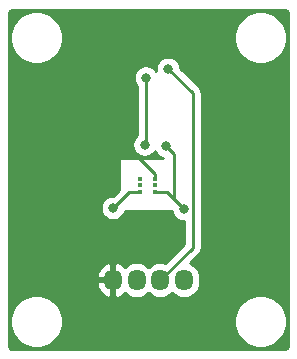
<source format=gbl>
G04 #@! TF.GenerationSoftware,KiCad,Pcbnew,(5.1.2)-1*
G04 #@! TF.CreationDate,2021-06-27T22:03:38+09:00*
G04 #@! TF.ProjectId,ls,6c732e6b-6963-4616-945f-706362585858,v1.0*
G04 #@! TF.SameCoordinates,Original*
G04 #@! TF.FileFunction,Copper,L2,Bot*
G04 #@! TF.FilePolarity,Positive*
%FSLAX46Y46*%
G04 Gerber Fmt 4.6, Leading zero omitted, Abs format (unit mm)*
G04 Created by KiCad (PCBNEW (5.1.2)-1) date 2021-06-27 22:03:38*
%MOMM*%
%LPD*%
G04 APERTURE LIST*
%ADD10R,0.350000X0.350000*%
%ADD11R,0.350000X0.300000*%
%ADD12O,1.524000X1.800000*%
%ADD13C,0.800000*%
%ADD14C,0.250000*%
%ADD15C,0.254000*%
G04 APERTURE END LIST*
D10*
X148050000Y-101075000D03*
D11*
X148050000Y-100500000D03*
D10*
X148050000Y-99925000D03*
X146800000Y-99925000D03*
D11*
X146800000Y-100500000D03*
D10*
X146800000Y-101075000D03*
D12*
X144500000Y-108500000D03*
X146500000Y-108500000D03*
X148500000Y-108500000D03*
X150500000Y-108500000D03*
D13*
X154900000Y-92100000D03*
X141900000Y-92800000D03*
X144500000Y-102400000D03*
X148994700Y-97169700D03*
X150500000Y-102500000D03*
X147279200Y-91364800D03*
X147173100Y-97050600D03*
X149175500Y-90617500D03*
D14*
X144500000Y-108500000D02*
X144500000Y-107350000D01*
X144500000Y-107350000D02*
X142600000Y-105450000D01*
X142600000Y-99000000D02*
X143600000Y-98000000D01*
X148050000Y-99500000D02*
X148050000Y-99925000D01*
X142600000Y-105450000D02*
X142600000Y-99000000D01*
X143600000Y-98000000D02*
X146550000Y-98000000D01*
X146550000Y-98000000D02*
X148050000Y-99500000D01*
X146800000Y-101075000D02*
X145825000Y-101075000D01*
X145825000Y-101075000D02*
X144500000Y-102400000D01*
X149668600Y-101668600D02*
X149668600Y-97843600D01*
X149668600Y-97843600D02*
X148994700Y-97169700D01*
X150500000Y-102500000D02*
X149668600Y-101668600D01*
X149668600Y-101668600D02*
X149075000Y-101075000D01*
X149075000Y-101075000D02*
X148050000Y-101075000D01*
X147279200Y-91364800D02*
X147279200Y-96944500D01*
X147279200Y-96944500D02*
X147173100Y-97050600D01*
X148500000Y-108500000D02*
X151237100Y-105762900D01*
X151237100Y-105762900D02*
X151237100Y-92679100D01*
X151237100Y-92679100D02*
X149175500Y-90617500D01*
D15*
G36*
X159065424Y-85669580D02*
G01*
X159128356Y-85688580D01*
X159186405Y-85719445D01*
X159237343Y-85760989D01*
X159279248Y-85811644D01*
X159310515Y-85869471D01*
X159329956Y-85932272D01*
X159340001Y-86027845D01*
X159340000Y-113967721D01*
X159330420Y-114065424D01*
X159311420Y-114128357D01*
X159280554Y-114186406D01*
X159239011Y-114237343D01*
X159188356Y-114279248D01*
X159130529Y-114310515D01*
X159067728Y-114329956D01*
X158972165Y-114340000D01*
X136032279Y-114340000D01*
X135934576Y-114330420D01*
X135871643Y-114311420D01*
X135813594Y-114280554D01*
X135762657Y-114239011D01*
X135720752Y-114188356D01*
X135689485Y-114130529D01*
X135670044Y-114067728D01*
X135660000Y-113972165D01*
X135660000Y-111779872D01*
X135765000Y-111779872D01*
X135765000Y-112220128D01*
X135850890Y-112651925D01*
X136019369Y-113058669D01*
X136263962Y-113424729D01*
X136575271Y-113736038D01*
X136941331Y-113980631D01*
X137348075Y-114149110D01*
X137779872Y-114235000D01*
X138220128Y-114235000D01*
X138651925Y-114149110D01*
X139058669Y-113980631D01*
X139424729Y-113736038D01*
X139736038Y-113424729D01*
X139980631Y-113058669D01*
X140149110Y-112651925D01*
X140235000Y-112220128D01*
X140235000Y-111779872D01*
X154765000Y-111779872D01*
X154765000Y-112220128D01*
X154850890Y-112651925D01*
X155019369Y-113058669D01*
X155263962Y-113424729D01*
X155575271Y-113736038D01*
X155941331Y-113980631D01*
X156348075Y-114149110D01*
X156779872Y-114235000D01*
X157220128Y-114235000D01*
X157651925Y-114149110D01*
X158058669Y-113980631D01*
X158424729Y-113736038D01*
X158736038Y-113424729D01*
X158980631Y-113058669D01*
X159149110Y-112651925D01*
X159235000Y-112220128D01*
X159235000Y-111779872D01*
X159149110Y-111348075D01*
X158980631Y-110941331D01*
X158736038Y-110575271D01*
X158424729Y-110263962D01*
X158058669Y-110019369D01*
X157651925Y-109850890D01*
X157220128Y-109765000D01*
X156779872Y-109765000D01*
X156348075Y-109850890D01*
X155941331Y-110019369D01*
X155575271Y-110263962D01*
X155263962Y-110575271D01*
X155019369Y-110941331D01*
X154850890Y-111348075D01*
X154765000Y-111779872D01*
X140235000Y-111779872D01*
X140149110Y-111348075D01*
X139980631Y-110941331D01*
X139736038Y-110575271D01*
X139424729Y-110263962D01*
X139058669Y-110019369D01*
X138651925Y-109850890D01*
X138220128Y-109765000D01*
X137779872Y-109765000D01*
X137348075Y-109850890D01*
X136941331Y-110019369D01*
X136575271Y-110263962D01*
X136263962Y-110575271D01*
X136019369Y-110941331D01*
X135850890Y-111348075D01*
X135765000Y-111779872D01*
X135660000Y-111779872D01*
X135660000Y-108845752D01*
X143117986Y-108845752D01*
X143185071Y-109111378D01*
X143302688Y-109358812D01*
X143466317Y-109578546D01*
X143669670Y-109762135D01*
X143904932Y-109902524D01*
X144156930Y-109992220D01*
X144373000Y-109869720D01*
X144373000Y-108627000D01*
X143261251Y-108627000D01*
X143117986Y-108845752D01*
X135660000Y-108845752D01*
X135660000Y-108154248D01*
X143117986Y-108154248D01*
X143261251Y-108373000D01*
X144373000Y-108373000D01*
X144373000Y-107130280D01*
X144156930Y-107007780D01*
X143904932Y-107097476D01*
X143669670Y-107237865D01*
X143466317Y-107421454D01*
X143302688Y-107641188D01*
X143185071Y-107888622D01*
X143117986Y-108154248D01*
X135660000Y-108154248D01*
X135660000Y-102298061D01*
X143465000Y-102298061D01*
X143465000Y-102501939D01*
X143504774Y-102701898D01*
X143582795Y-102890256D01*
X143696063Y-103059774D01*
X143840226Y-103203937D01*
X144009744Y-103317205D01*
X144198102Y-103395226D01*
X144398061Y-103435000D01*
X144601939Y-103435000D01*
X144801898Y-103395226D01*
X144990256Y-103317205D01*
X145159774Y-103203937D01*
X145303937Y-103059774D01*
X145417205Y-102890256D01*
X145495226Y-102701898D01*
X145510124Y-102627000D01*
X149469985Y-102627000D01*
X149504774Y-102801898D01*
X149582795Y-102990256D01*
X149696063Y-103159774D01*
X149840226Y-103303937D01*
X150009744Y-103417205D01*
X150198102Y-103495226D01*
X150398061Y-103535000D01*
X150477100Y-103535000D01*
X150477100Y-105448098D01*
X148901320Y-107023879D01*
X148773860Y-106985214D01*
X148500000Y-106958241D01*
X148226141Y-106985214D01*
X147962806Y-107065096D01*
X147720114Y-107194817D01*
X147507393Y-107369392D01*
X147500000Y-107378400D01*
X147492608Y-107369392D01*
X147279887Y-107194817D01*
X147037195Y-107065096D01*
X146773860Y-106985214D01*
X146500000Y-106958241D01*
X146226141Y-106985214D01*
X145962806Y-107065096D01*
X145720114Y-107194817D01*
X145507393Y-107369392D01*
X145494039Y-107385663D01*
X145330330Y-107237865D01*
X145095068Y-107097476D01*
X144843070Y-107007780D01*
X144627000Y-107130280D01*
X144627000Y-108373000D01*
X144647000Y-108373000D01*
X144647000Y-108627000D01*
X144627000Y-108627000D01*
X144627000Y-109869720D01*
X144843070Y-109992220D01*
X145095068Y-109902524D01*
X145330330Y-109762135D01*
X145494039Y-109614337D01*
X145507392Y-109630607D01*
X145720113Y-109805183D01*
X145962805Y-109934904D01*
X146226140Y-110014786D01*
X146500000Y-110041759D01*
X146773859Y-110014786D01*
X147037194Y-109934904D01*
X147279886Y-109805183D01*
X147492607Y-109630608D01*
X147500000Y-109621600D01*
X147507392Y-109630607D01*
X147720113Y-109805183D01*
X147962805Y-109934904D01*
X148226140Y-110014786D01*
X148500000Y-110041759D01*
X148773859Y-110014786D01*
X149037194Y-109934904D01*
X149279886Y-109805183D01*
X149492607Y-109630608D01*
X149500000Y-109621600D01*
X149507392Y-109630607D01*
X149720113Y-109805183D01*
X149962805Y-109934904D01*
X150226140Y-110014786D01*
X150500000Y-110041759D01*
X150773859Y-110014786D01*
X151037194Y-109934904D01*
X151279886Y-109805183D01*
X151492607Y-109630608D01*
X151667183Y-109417887D01*
X151796904Y-109175195D01*
X151876786Y-108911860D01*
X151897000Y-108706625D01*
X151897000Y-108293376D01*
X151876786Y-108088141D01*
X151796904Y-107824806D01*
X151667183Y-107582113D01*
X151492608Y-107369392D01*
X151279887Y-107194817D01*
X151037195Y-107065096D01*
X151016104Y-107058698D01*
X151748104Y-106326698D01*
X151777101Y-106302901D01*
X151803432Y-106270817D01*
X151872074Y-106187177D01*
X151942646Y-106055147D01*
X151942646Y-106055146D01*
X151986103Y-105911886D01*
X151997100Y-105800233D01*
X151997100Y-105800223D01*
X152000776Y-105762900D01*
X151997100Y-105725577D01*
X151997100Y-92716425D01*
X152000776Y-92679100D01*
X151997100Y-92641775D01*
X151997100Y-92641767D01*
X151986103Y-92530114D01*
X151942646Y-92386853D01*
X151872074Y-92254824D01*
X151777101Y-92139099D01*
X151748103Y-92115301D01*
X150210500Y-90577699D01*
X150210500Y-90515561D01*
X150170726Y-90315602D01*
X150092705Y-90127244D01*
X149979437Y-89957726D01*
X149835274Y-89813563D01*
X149665756Y-89700295D01*
X149477398Y-89622274D01*
X149277439Y-89582500D01*
X149073561Y-89582500D01*
X148873602Y-89622274D01*
X148685244Y-89700295D01*
X148515726Y-89813563D01*
X148371563Y-89957726D01*
X148258295Y-90127244D01*
X148180274Y-90315602D01*
X148140500Y-90515561D01*
X148140500Y-90719439D01*
X148160733Y-90821156D01*
X148083137Y-90705026D01*
X147938974Y-90560863D01*
X147769456Y-90447595D01*
X147581098Y-90369574D01*
X147381139Y-90329800D01*
X147177261Y-90329800D01*
X146977302Y-90369574D01*
X146788944Y-90447595D01*
X146619426Y-90560863D01*
X146475263Y-90705026D01*
X146361995Y-90874544D01*
X146283974Y-91062902D01*
X146244200Y-91262861D01*
X146244200Y-91466739D01*
X146283974Y-91666698D01*
X146361995Y-91855056D01*
X146475263Y-92024574D01*
X146519200Y-92068511D01*
X146519201Y-96242738D01*
X146513326Y-96246663D01*
X146369163Y-96390826D01*
X146255895Y-96560344D01*
X146177874Y-96748702D01*
X146138100Y-96948661D01*
X146138100Y-97152539D01*
X146177874Y-97352498D01*
X146255895Y-97540856D01*
X146369163Y-97710374D01*
X146513326Y-97854537D01*
X146682844Y-97967805D01*
X146871202Y-98045826D01*
X147071161Y-98085600D01*
X147275039Y-98085600D01*
X147474998Y-98045826D01*
X147663356Y-97967805D01*
X147832874Y-97854537D01*
X147977037Y-97710374D01*
X148051943Y-97598269D01*
X148077495Y-97659956D01*
X148190763Y-97829474D01*
X148334926Y-97973637D01*
X148504444Y-98086905D01*
X148692802Y-98164926D01*
X148733393Y-98173000D01*
X145100000Y-98173000D01*
X145075224Y-98175440D01*
X145051399Y-98182667D01*
X145029443Y-98194403D01*
X145010197Y-98210197D01*
X144994403Y-98229443D01*
X144982667Y-98251399D01*
X144975440Y-98275224D01*
X144973000Y-98300000D01*
X144973000Y-100852198D01*
X144460199Y-101365000D01*
X144398061Y-101365000D01*
X144198102Y-101404774D01*
X144009744Y-101482795D01*
X143840226Y-101596063D01*
X143696063Y-101740226D01*
X143582795Y-101909744D01*
X143504774Y-102098102D01*
X143465000Y-102298061D01*
X135660000Y-102298061D01*
X135660000Y-87779872D01*
X135765000Y-87779872D01*
X135765000Y-88220128D01*
X135850890Y-88651925D01*
X136019369Y-89058669D01*
X136263962Y-89424729D01*
X136575271Y-89736038D01*
X136941331Y-89980631D01*
X137348075Y-90149110D01*
X137779872Y-90235000D01*
X138220128Y-90235000D01*
X138651925Y-90149110D01*
X139058669Y-89980631D01*
X139424729Y-89736038D01*
X139736038Y-89424729D01*
X139980631Y-89058669D01*
X140149110Y-88651925D01*
X140235000Y-88220128D01*
X140235000Y-87779872D01*
X154765000Y-87779872D01*
X154765000Y-88220128D01*
X154850890Y-88651925D01*
X155019369Y-89058669D01*
X155263962Y-89424729D01*
X155575271Y-89736038D01*
X155941331Y-89980631D01*
X156348075Y-90149110D01*
X156779872Y-90235000D01*
X157220128Y-90235000D01*
X157651925Y-90149110D01*
X158058669Y-89980631D01*
X158424729Y-89736038D01*
X158736038Y-89424729D01*
X158980631Y-89058669D01*
X159149110Y-88651925D01*
X159235000Y-88220128D01*
X159235000Y-87779872D01*
X159149110Y-87348075D01*
X158980631Y-86941331D01*
X158736038Y-86575271D01*
X158424729Y-86263962D01*
X158058669Y-86019369D01*
X157651925Y-85850890D01*
X157220128Y-85765000D01*
X156779872Y-85765000D01*
X156348075Y-85850890D01*
X155941331Y-86019369D01*
X155575271Y-86263962D01*
X155263962Y-86575271D01*
X155019369Y-86941331D01*
X154850890Y-87348075D01*
X154765000Y-87779872D01*
X140235000Y-87779872D01*
X140149110Y-87348075D01*
X139980631Y-86941331D01*
X139736038Y-86575271D01*
X139424729Y-86263962D01*
X139058669Y-86019369D01*
X138651925Y-85850890D01*
X138220128Y-85765000D01*
X137779872Y-85765000D01*
X137348075Y-85850890D01*
X136941331Y-86019369D01*
X136575271Y-86263962D01*
X136263962Y-86575271D01*
X136019369Y-86941331D01*
X135850890Y-87348075D01*
X135765000Y-87779872D01*
X135660000Y-87779872D01*
X135660000Y-86032279D01*
X135669580Y-85934576D01*
X135688580Y-85871644D01*
X135719445Y-85813595D01*
X135760989Y-85762657D01*
X135811644Y-85720752D01*
X135869471Y-85689485D01*
X135932272Y-85670044D01*
X136027835Y-85660000D01*
X158967721Y-85660000D01*
X159065424Y-85669580D01*
X159065424Y-85669580D01*
G37*
X159065424Y-85669580D02*
X159128356Y-85688580D01*
X159186405Y-85719445D01*
X159237343Y-85760989D01*
X159279248Y-85811644D01*
X159310515Y-85869471D01*
X159329956Y-85932272D01*
X159340001Y-86027845D01*
X159340000Y-113967721D01*
X159330420Y-114065424D01*
X159311420Y-114128357D01*
X159280554Y-114186406D01*
X159239011Y-114237343D01*
X159188356Y-114279248D01*
X159130529Y-114310515D01*
X159067728Y-114329956D01*
X158972165Y-114340000D01*
X136032279Y-114340000D01*
X135934576Y-114330420D01*
X135871643Y-114311420D01*
X135813594Y-114280554D01*
X135762657Y-114239011D01*
X135720752Y-114188356D01*
X135689485Y-114130529D01*
X135670044Y-114067728D01*
X135660000Y-113972165D01*
X135660000Y-111779872D01*
X135765000Y-111779872D01*
X135765000Y-112220128D01*
X135850890Y-112651925D01*
X136019369Y-113058669D01*
X136263962Y-113424729D01*
X136575271Y-113736038D01*
X136941331Y-113980631D01*
X137348075Y-114149110D01*
X137779872Y-114235000D01*
X138220128Y-114235000D01*
X138651925Y-114149110D01*
X139058669Y-113980631D01*
X139424729Y-113736038D01*
X139736038Y-113424729D01*
X139980631Y-113058669D01*
X140149110Y-112651925D01*
X140235000Y-112220128D01*
X140235000Y-111779872D01*
X154765000Y-111779872D01*
X154765000Y-112220128D01*
X154850890Y-112651925D01*
X155019369Y-113058669D01*
X155263962Y-113424729D01*
X155575271Y-113736038D01*
X155941331Y-113980631D01*
X156348075Y-114149110D01*
X156779872Y-114235000D01*
X157220128Y-114235000D01*
X157651925Y-114149110D01*
X158058669Y-113980631D01*
X158424729Y-113736038D01*
X158736038Y-113424729D01*
X158980631Y-113058669D01*
X159149110Y-112651925D01*
X159235000Y-112220128D01*
X159235000Y-111779872D01*
X159149110Y-111348075D01*
X158980631Y-110941331D01*
X158736038Y-110575271D01*
X158424729Y-110263962D01*
X158058669Y-110019369D01*
X157651925Y-109850890D01*
X157220128Y-109765000D01*
X156779872Y-109765000D01*
X156348075Y-109850890D01*
X155941331Y-110019369D01*
X155575271Y-110263962D01*
X155263962Y-110575271D01*
X155019369Y-110941331D01*
X154850890Y-111348075D01*
X154765000Y-111779872D01*
X140235000Y-111779872D01*
X140149110Y-111348075D01*
X139980631Y-110941331D01*
X139736038Y-110575271D01*
X139424729Y-110263962D01*
X139058669Y-110019369D01*
X138651925Y-109850890D01*
X138220128Y-109765000D01*
X137779872Y-109765000D01*
X137348075Y-109850890D01*
X136941331Y-110019369D01*
X136575271Y-110263962D01*
X136263962Y-110575271D01*
X136019369Y-110941331D01*
X135850890Y-111348075D01*
X135765000Y-111779872D01*
X135660000Y-111779872D01*
X135660000Y-108845752D01*
X143117986Y-108845752D01*
X143185071Y-109111378D01*
X143302688Y-109358812D01*
X143466317Y-109578546D01*
X143669670Y-109762135D01*
X143904932Y-109902524D01*
X144156930Y-109992220D01*
X144373000Y-109869720D01*
X144373000Y-108627000D01*
X143261251Y-108627000D01*
X143117986Y-108845752D01*
X135660000Y-108845752D01*
X135660000Y-108154248D01*
X143117986Y-108154248D01*
X143261251Y-108373000D01*
X144373000Y-108373000D01*
X144373000Y-107130280D01*
X144156930Y-107007780D01*
X143904932Y-107097476D01*
X143669670Y-107237865D01*
X143466317Y-107421454D01*
X143302688Y-107641188D01*
X143185071Y-107888622D01*
X143117986Y-108154248D01*
X135660000Y-108154248D01*
X135660000Y-102298061D01*
X143465000Y-102298061D01*
X143465000Y-102501939D01*
X143504774Y-102701898D01*
X143582795Y-102890256D01*
X143696063Y-103059774D01*
X143840226Y-103203937D01*
X144009744Y-103317205D01*
X144198102Y-103395226D01*
X144398061Y-103435000D01*
X144601939Y-103435000D01*
X144801898Y-103395226D01*
X144990256Y-103317205D01*
X145159774Y-103203937D01*
X145303937Y-103059774D01*
X145417205Y-102890256D01*
X145495226Y-102701898D01*
X145510124Y-102627000D01*
X149469985Y-102627000D01*
X149504774Y-102801898D01*
X149582795Y-102990256D01*
X149696063Y-103159774D01*
X149840226Y-103303937D01*
X150009744Y-103417205D01*
X150198102Y-103495226D01*
X150398061Y-103535000D01*
X150477100Y-103535000D01*
X150477100Y-105448098D01*
X148901320Y-107023879D01*
X148773860Y-106985214D01*
X148500000Y-106958241D01*
X148226141Y-106985214D01*
X147962806Y-107065096D01*
X147720114Y-107194817D01*
X147507393Y-107369392D01*
X147500000Y-107378400D01*
X147492608Y-107369392D01*
X147279887Y-107194817D01*
X147037195Y-107065096D01*
X146773860Y-106985214D01*
X146500000Y-106958241D01*
X146226141Y-106985214D01*
X145962806Y-107065096D01*
X145720114Y-107194817D01*
X145507393Y-107369392D01*
X145494039Y-107385663D01*
X145330330Y-107237865D01*
X145095068Y-107097476D01*
X144843070Y-107007780D01*
X144627000Y-107130280D01*
X144627000Y-108373000D01*
X144647000Y-108373000D01*
X144647000Y-108627000D01*
X144627000Y-108627000D01*
X144627000Y-109869720D01*
X144843070Y-109992220D01*
X145095068Y-109902524D01*
X145330330Y-109762135D01*
X145494039Y-109614337D01*
X145507392Y-109630607D01*
X145720113Y-109805183D01*
X145962805Y-109934904D01*
X146226140Y-110014786D01*
X146500000Y-110041759D01*
X146773859Y-110014786D01*
X147037194Y-109934904D01*
X147279886Y-109805183D01*
X147492607Y-109630608D01*
X147500000Y-109621600D01*
X147507392Y-109630607D01*
X147720113Y-109805183D01*
X147962805Y-109934904D01*
X148226140Y-110014786D01*
X148500000Y-110041759D01*
X148773859Y-110014786D01*
X149037194Y-109934904D01*
X149279886Y-109805183D01*
X149492607Y-109630608D01*
X149500000Y-109621600D01*
X149507392Y-109630607D01*
X149720113Y-109805183D01*
X149962805Y-109934904D01*
X150226140Y-110014786D01*
X150500000Y-110041759D01*
X150773859Y-110014786D01*
X151037194Y-109934904D01*
X151279886Y-109805183D01*
X151492607Y-109630608D01*
X151667183Y-109417887D01*
X151796904Y-109175195D01*
X151876786Y-108911860D01*
X151897000Y-108706625D01*
X151897000Y-108293376D01*
X151876786Y-108088141D01*
X151796904Y-107824806D01*
X151667183Y-107582113D01*
X151492608Y-107369392D01*
X151279887Y-107194817D01*
X151037195Y-107065096D01*
X151016104Y-107058698D01*
X151748104Y-106326698D01*
X151777101Y-106302901D01*
X151803432Y-106270817D01*
X151872074Y-106187177D01*
X151942646Y-106055147D01*
X151942646Y-106055146D01*
X151986103Y-105911886D01*
X151997100Y-105800233D01*
X151997100Y-105800223D01*
X152000776Y-105762900D01*
X151997100Y-105725577D01*
X151997100Y-92716425D01*
X152000776Y-92679100D01*
X151997100Y-92641775D01*
X151997100Y-92641767D01*
X151986103Y-92530114D01*
X151942646Y-92386853D01*
X151872074Y-92254824D01*
X151777101Y-92139099D01*
X151748103Y-92115301D01*
X150210500Y-90577699D01*
X150210500Y-90515561D01*
X150170726Y-90315602D01*
X150092705Y-90127244D01*
X149979437Y-89957726D01*
X149835274Y-89813563D01*
X149665756Y-89700295D01*
X149477398Y-89622274D01*
X149277439Y-89582500D01*
X149073561Y-89582500D01*
X148873602Y-89622274D01*
X148685244Y-89700295D01*
X148515726Y-89813563D01*
X148371563Y-89957726D01*
X148258295Y-90127244D01*
X148180274Y-90315602D01*
X148140500Y-90515561D01*
X148140500Y-90719439D01*
X148160733Y-90821156D01*
X148083137Y-90705026D01*
X147938974Y-90560863D01*
X147769456Y-90447595D01*
X147581098Y-90369574D01*
X147381139Y-90329800D01*
X147177261Y-90329800D01*
X146977302Y-90369574D01*
X146788944Y-90447595D01*
X146619426Y-90560863D01*
X146475263Y-90705026D01*
X146361995Y-90874544D01*
X146283974Y-91062902D01*
X146244200Y-91262861D01*
X146244200Y-91466739D01*
X146283974Y-91666698D01*
X146361995Y-91855056D01*
X146475263Y-92024574D01*
X146519200Y-92068511D01*
X146519201Y-96242738D01*
X146513326Y-96246663D01*
X146369163Y-96390826D01*
X146255895Y-96560344D01*
X146177874Y-96748702D01*
X146138100Y-96948661D01*
X146138100Y-97152539D01*
X146177874Y-97352498D01*
X146255895Y-97540856D01*
X146369163Y-97710374D01*
X146513326Y-97854537D01*
X146682844Y-97967805D01*
X146871202Y-98045826D01*
X147071161Y-98085600D01*
X147275039Y-98085600D01*
X147474998Y-98045826D01*
X147663356Y-97967805D01*
X147832874Y-97854537D01*
X147977037Y-97710374D01*
X148051943Y-97598269D01*
X148077495Y-97659956D01*
X148190763Y-97829474D01*
X148334926Y-97973637D01*
X148504444Y-98086905D01*
X148692802Y-98164926D01*
X148733393Y-98173000D01*
X145100000Y-98173000D01*
X145075224Y-98175440D01*
X145051399Y-98182667D01*
X145029443Y-98194403D01*
X145010197Y-98210197D01*
X144994403Y-98229443D01*
X144982667Y-98251399D01*
X144975440Y-98275224D01*
X144973000Y-98300000D01*
X144973000Y-100852198D01*
X144460199Y-101365000D01*
X144398061Y-101365000D01*
X144198102Y-101404774D01*
X144009744Y-101482795D01*
X143840226Y-101596063D01*
X143696063Y-101740226D01*
X143582795Y-101909744D01*
X143504774Y-102098102D01*
X143465000Y-102298061D01*
X135660000Y-102298061D01*
X135660000Y-87779872D01*
X135765000Y-87779872D01*
X135765000Y-88220128D01*
X135850890Y-88651925D01*
X136019369Y-89058669D01*
X136263962Y-89424729D01*
X136575271Y-89736038D01*
X136941331Y-89980631D01*
X137348075Y-90149110D01*
X137779872Y-90235000D01*
X138220128Y-90235000D01*
X138651925Y-90149110D01*
X139058669Y-89980631D01*
X139424729Y-89736038D01*
X139736038Y-89424729D01*
X139980631Y-89058669D01*
X140149110Y-88651925D01*
X140235000Y-88220128D01*
X140235000Y-87779872D01*
X154765000Y-87779872D01*
X154765000Y-88220128D01*
X154850890Y-88651925D01*
X155019369Y-89058669D01*
X155263962Y-89424729D01*
X155575271Y-89736038D01*
X155941331Y-89980631D01*
X156348075Y-90149110D01*
X156779872Y-90235000D01*
X157220128Y-90235000D01*
X157651925Y-90149110D01*
X158058669Y-89980631D01*
X158424729Y-89736038D01*
X158736038Y-89424729D01*
X158980631Y-89058669D01*
X159149110Y-88651925D01*
X159235000Y-88220128D01*
X159235000Y-87779872D01*
X159149110Y-87348075D01*
X158980631Y-86941331D01*
X158736038Y-86575271D01*
X158424729Y-86263962D01*
X158058669Y-86019369D01*
X157651925Y-85850890D01*
X157220128Y-85765000D01*
X156779872Y-85765000D01*
X156348075Y-85850890D01*
X155941331Y-86019369D01*
X155575271Y-86263962D01*
X155263962Y-86575271D01*
X155019369Y-86941331D01*
X154850890Y-87348075D01*
X154765000Y-87779872D01*
X140235000Y-87779872D01*
X140149110Y-87348075D01*
X139980631Y-86941331D01*
X139736038Y-86575271D01*
X139424729Y-86263962D01*
X139058669Y-86019369D01*
X138651925Y-85850890D01*
X138220128Y-85765000D01*
X137779872Y-85765000D01*
X137348075Y-85850890D01*
X136941331Y-86019369D01*
X136575271Y-86263962D01*
X136263962Y-86575271D01*
X136019369Y-86941331D01*
X135850890Y-87348075D01*
X135765000Y-87779872D01*
X135660000Y-87779872D01*
X135660000Y-86032279D01*
X135669580Y-85934576D01*
X135688580Y-85871644D01*
X135719445Y-85813595D01*
X135760989Y-85762657D01*
X135811644Y-85720752D01*
X135869471Y-85689485D01*
X135932272Y-85670044D01*
X136027835Y-85660000D01*
X158967721Y-85660000D01*
X159065424Y-85669580D01*
M02*

</source>
